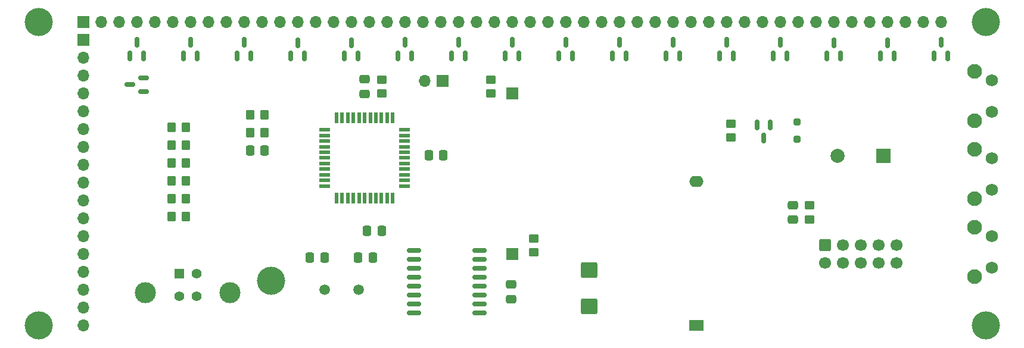
<source format=gbs>
%TF.GenerationSoftware,KiCad,Pcbnew,8.0.5*%
%TF.CreationDate,2024-11-22T23:14:38+03:00*%
%TF.ProjectId,SuperClockController,53757065-7243-46c6-9f63-6b436f6e7472,rev?*%
%TF.SameCoordinates,Original*%
%TF.FileFunction,Soldermask,Bot*%
%TF.FilePolarity,Negative*%
%FSLAX46Y46*%
G04 Gerber Fmt 4.6, Leading zero omitted, Abs format (unit mm)*
G04 Created by KiCad (PCBNEW 8.0.5) date 2024-11-22 23:14:38*
%MOMM*%
%LPD*%
G01*
G04 APERTURE LIST*
G04 Aperture macros list*
%AMRoundRect*
0 Rectangle with rounded corners*
0 $1 Rounding radius*
0 $2 $3 $4 $5 $6 $7 $8 $9 X,Y pos of 4 corners*
0 Add a 4 corners polygon primitive as box body*
4,1,4,$2,$3,$4,$5,$6,$7,$8,$9,$2,$3,0*
0 Add four circle primitives for the rounded corners*
1,1,$1+$1,$2,$3*
1,1,$1+$1,$4,$5*
1,1,$1+$1,$6,$7*
1,1,$1+$1,$8,$9*
0 Add four rect primitives between the rounded corners*
20,1,$1+$1,$2,$3,$4,$5,0*
20,1,$1+$1,$4,$5,$6,$7,0*
20,1,$1+$1,$6,$7,$8,$9,0*
20,1,$1+$1,$8,$9,$2,$3,0*%
G04 Aperture macros list end*
%ADD10R,1.700000X1.700000*%
%ADD11C,4.000000*%
%ADD12C,2.100000*%
%ADD13C,1.750000*%
%ADD14O,1.700000X1.700000*%
%ADD15RoundRect,0.250000X0.350000X0.450000X-0.350000X0.450000X-0.350000X-0.450000X0.350000X-0.450000X0*%
%ADD16RoundRect,0.150000X0.150000X-0.587500X0.150000X0.587500X-0.150000X0.587500X-0.150000X-0.587500X0*%
%ADD17RoundRect,0.250000X-0.925000X0.875000X-0.925000X-0.875000X0.925000X-0.875000X0.925000X0.875000X0*%
%ADD18RoundRect,0.250000X-0.337500X-0.475000X0.337500X-0.475000X0.337500X0.475000X-0.337500X0.475000X0*%
%ADD19RoundRect,0.250000X-0.350000X-0.450000X0.350000X-0.450000X0.350000X0.450000X-0.350000X0.450000X0*%
%ADD20RoundRect,0.150000X0.875000X0.150000X-0.875000X0.150000X-0.875000X-0.150000X0.875000X-0.150000X0*%
%ADD21RoundRect,0.250000X-0.475000X0.337500X-0.475000X-0.337500X0.475000X-0.337500X0.475000X0.337500X0*%
%ADD22R,2.000000X1.600000*%
%ADD23O,2.000000X1.600000*%
%ADD24RoundRect,0.250000X0.337500X0.475000X-0.337500X0.475000X-0.337500X-0.475000X0.337500X-0.475000X0*%
%ADD25RoundRect,0.150000X-0.150000X0.587500X-0.150000X-0.587500X0.150000X-0.587500X0.150000X0.587500X0*%
%ADD26RoundRect,0.250000X0.450000X-0.350000X0.450000X0.350000X-0.450000X0.350000X-0.450000X-0.350000X0*%
%ADD27RoundRect,0.250000X-0.450000X0.350000X-0.450000X-0.350000X0.450000X-0.350000X0.450000X0.350000X0*%
%ADD28C,1.500000*%
%ADD29RoundRect,0.250000X0.475000X-0.337500X0.475000X0.337500X-0.475000X0.337500X-0.475000X-0.337500X0*%
%ADD30R,1.400000X1.400000*%
%ADD31C,1.400000*%
%ADD32C,3.000000*%
%ADD33RoundRect,0.150000X0.587500X0.150000X-0.587500X0.150000X-0.587500X-0.150000X0.587500X-0.150000X0*%
%ADD34RoundRect,0.250000X-0.600000X0.600000X-0.600000X-0.600000X0.600000X-0.600000X0.600000X0.600000X0*%
%ADD35C,1.700000*%
%ADD36R,0.550000X1.500000*%
%ADD37R,1.500000X0.550000*%
%ADD38RoundRect,0.250000X-0.250000X0.250000X-0.250000X-0.250000X0.250000X-0.250000X0.250000X0.250000X0*%
%ADD39R,2.000000X2.000000*%
%ADD40C,2.000000*%
G04 APERTURE END LIST*
D10*
%TO.C,J6*%
X151130000Y-85090000D03*
%TD*%
D11*
%TO.C,H3*%
X218440000Y-95250000D03*
%TD*%
D12*
%TO.C,SW2*%
X216872500Y-70135000D03*
X216872500Y-77145000D03*
D13*
X219362500Y-71385000D03*
X219362500Y-75885000D03*
%TD*%
D12*
%TO.C,SW3*%
X216872500Y-81245000D03*
X216872500Y-88255000D03*
D13*
X219362500Y-82495000D03*
X219362500Y-86995000D03*
%TD*%
D11*
%TO.C,H4*%
X218440000Y-52070000D03*
%TD*%
%TO.C,H1*%
X83820000Y-52070000D03*
%TD*%
D10*
%TO.C,J3*%
X90170000Y-52070000D03*
D14*
X92710000Y-52070000D03*
X95250000Y-52070000D03*
X97790000Y-52070000D03*
X100330000Y-52070000D03*
X102870000Y-52070000D03*
X105410000Y-52070000D03*
X107950000Y-52070000D03*
X110490000Y-52070000D03*
X113030000Y-52070000D03*
X115570000Y-52070000D03*
X118110000Y-52070000D03*
X120650000Y-52070000D03*
X123190000Y-52070000D03*
X125730000Y-52070000D03*
X128270000Y-52070000D03*
X130810000Y-52070000D03*
X133350000Y-52070000D03*
X135890000Y-52070000D03*
X138430000Y-52070000D03*
X140970000Y-52070000D03*
X143510000Y-52070000D03*
X146050000Y-52070000D03*
X148590000Y-52070000D03*
X151130000Y-52070000D03*
X153670000Y-52070000D03*
X156210000Y-52070000D03*
X158750000Y-52070000D03*
X161290000Y-52070000D03*
X163830000Y-52070000D03*
X166370000Y-52070000D03*
X168910000Y-52070000D03*
X171450000Y-52070000D03*
X173990000Y-52070000D03*
X176530000Y-52070000D03*
X179070000Y-52070000D03*
X181610000Y-52070000D03*
X184150000Y-52070000D03*
X186690000Y-52070000D03*
X189230000Y-52070000D03*
X191770000Y-52070000D03*
X194310000Y-52070000D03*
X196850000Y-52070000D03*
X199390000Y-52070000D03*
X201930000Y-52070000D03*
X204470000Y-52070000D03*
X207010000Y-52070000D03*
X209550000Y-52070000D03*
X212090000Y-52070000D03*
%TD*%
D12*
%TO.C,SW1*%
X216872500Y-59075000D03*
X216872500Y-66085000D03*
D13*
X219362500Y-60325000D03*
X219362500Y-64825000D03*
%TD*%
D11*
%TO.C,H2*%
X83820000Y-95250000D03*
%TD*%
D10*
%TO.C,J5*%
X151130000Y-62230000D03*
%TD*%
%TO.C,J4*%
X90170000Y-54610000D03*
D14*
X90170000Y-57150000D03*
X90170000Y-59690000D03*
X90170000Y-62230000D03*
X90170000Y-64770000D03*
X90170000Y-67310000D03*
X90170000Y-69850000D03*
X90170000Y-72390000D03*
X90170000Y-74930000D03*
X90170000Y-77470000D03*
X90170000Y-80010000D03*
X90170000Y-82550000D03*
X90170000Y-85090000D03*
X90170000Y-87630000D03*
X90170000Y-90170000D03*
X90170000Y-92710000D03*
X90170000Y-95250000D03*
%TD*%
D11*
%TO.C,H5*%
X116840000Y-88900000D03*
%TD*%
D15*
%TO.C,R10*%
X104775000Y-69596000D03*
X102775000Y-69596000D03*
%TD*%
D16*
%TO.C,Q15*%
X190180000Y-56817500D03*
X188280000Y-56817500D03*
X189230000Y-54942500D03*
%TD*%
D17*
%TO.C,C4*%
X162052000Y-87366000D03*
X162052000Y-92466000D03*
%TD*%
D18*
%TO.C,C2*%
X129264500Y-85598000D03*
X131339500Y-85598000D03*
%TD*%
%TO.C,C6*%
X139297500Y-70993000D03*
X141372500Y-70993000D03*
%TD*%
D19*
%TO.C,R3*%
X113935000Y-65278000D03*
X115935000Y-65278000D03*
%TD*%
D20*
%TO.C,U2*%
X146509000Y-84582000D03*
X146509000Y-85852000D03*
X146509000Y-87122000D03*
X146509000Y-88392000D03*
X146509000Y-89662000D03*
X146509000Y-90932000D03*
X146509000Y-92202000D03*
X146509000Y-93472000D03*
X137209000Y-93472000D03*
X137209000Y-92202000D03*
X137209000Y-90932000D03*
X137209000Y-89662000D03*
X137209000Y-88392000D03*
X137209000Y-87122000D03*
X137209000Y-85852000D03*
X137209000Y-84582000D03*
%TD*%
D21*
%TO.C,C7*%
X151003000Y-89386500D03*
X151003000Y-91461500D03*
%TD*%
D16*
%TO.C,Q13*%
X174940000Y-56817500D03*
X173040000Y-56817500D03*
X173990000Y-54942500D03*
%TD*%
%TO.C,Q3*%
X98740000Y-56817500D03*
X96840000Y-56817500D03*
X97790000Y-54942500D03*
%TD*%
D15*
%TO.C,R9*%
X104775000Y-67056000D03*
X102775000Y-67056000D03*
%TD*%
D22*
%TO.C,BT1*%
X177292000Y-95250000D03*
D23*
X177292000Y-74750000D03*
%TD*%
D16*
%TO.C,Q4*%
X106360000Y-56817500D03*
X104460000Y-56817500D03*
X105410000Y-54942500D03*
%TD*%
D24*
%TO.C,C5*%
X115972500Y-70358000D03*
X113897500Y-70358000D03*
%TD*%
D16*
%TO.C,Q11*%
X159700000Y-56817500D03*
X157800000Y-56817500D03*
X158750000Y-54942500D03*
%TD*%
%TO.C,Q9*%
X144460000Y-56817500D03*
X142560000Y-56817500D03*
X143510000Y-54942500D03*
%TD*%
D25*
%TO.C,Q1*%
X185950000Y-66662500D03*
X187850000Y-66662500D03*
X186900000Y-68537500D03*
%TD*%
D16*
%TO.C,Q17*%
X205420000Y-56847500D03*
X203520000Y-56847500D03*
X204470000Y-54972500D03*
%TD*%
D19*
%TO.C,R4*%
X113935000Y-67818000D03*
X115935000Y-67818000D03*
%TD*%
D26*
%TO.C,R2*%
X193421000Y-80121000D03*
X193421000Y-78121000D03*
%TD*%
D15*
%TO.C,R12*%
X104775000Y-74676000D03*
X102775000Y-74676000D03*
%TD*%
D27*
%TO.C,R8*%
X154178000Y-82820000D03*
X154178000Y-84820000D03*
%TD*%
D15*
%TO.C,R13*%
X104775000Y-77216000D03*
X102775000Y-77216000D03*
%TD*%
D16*
%TO.C,Q12*%
X167320000Y-56817500D03*
X165420000Y-56817500D03*
X166370000Y-54942500D03*
%TD*%
%TO.C,Q8*%
X136840000Y-56817500D03*
X134940000Y-56817500D03*
X135890000Y-54942500D03*
%TD*%
D28*
%TO.C,Y1*%
X124460000Y-90170000D03*
X129340000Y-90170000D03*
%TD*%
D10*
%TO.C,R5*%
X141224000Y-60452000D03*
D14*
X138684000Y-60452000D03*
%TD*%
D16*
%TO.C,Q14*%
X182560000Y-56817500D03*
X180660000Y-56817500D03*
X181610000Y-54942500D03*
%TD*%
D29*
%TO.C,C3*%
X130175000Y-62251500D03*
X130175000Y-60176500D03*
%TD*%
D26*
%TO.C,R6*%
X132588000Y-62214000D03*
X132588000Y-60214000D03*
%TD*%
D24*
%TO.C,C9*%
X132609500Y-81788000D03*
X130534500Y-81788000D03*
%TD*%
D30*
%TO.C,J1*%
X103799000Y-87859000D03*
D31*
X106299000Y-87859000D03*
X106299000Y-91059000D03*
X103799000Y-91059000D03*
D32*
X111069000Y-90569000D03*
X99029000Y-90569000D03*
%TD*%
D33*
%TO.C,Q2*%
X98727500Y-60010000D03*
X98727500Y-61910000D03*
X96852500Y-60960000D03*
%TD*%
D34*
%TO.C,J2*%
X195580000Y-83820000D03*
D35*
X195580000Y-86360000D03*
X198120000Y-83820000D03*
X198120000Y-86360000D03*
X200660000Y-83820000D03*
X200660000Y-86360000D03*
X203200000Y-83820000D03*
X203200000Y-86360000D03*
X205740000Y-83820000D03*
X205740000Y-86360000D03*
%TD*%
D16*
%TO.C,Q10*%
X152080000Y-56817500D03*
X150180000Y-56817500D03*
X151130000Y-54942500D03*
%TD*%
D24*
%TO.C,C1*%
X124481500Y-85598000D03*
X122406500Y-85598000D03*
%TD*%
D36*
%TO.C,U1*%
X134175000Y-77074000D03*
X133375000Y-77074000D03*
X132575000Y-77074000D03*
X131775000Y-77074000D03*
X130975000Y-77074000D03*
X130175000Y-77074000D03*
X129375000Y-77074000D03*
X128575000Y-77074000D03*
X127775000Y-77074000D03*
X126975000Y-77074000D03*
X126175000Y-77074000D03*
D37*
X124475000Y-75374000D03*
X124475000Y-74574000D03*
X124475000Y-73774000D03*
X124475000Y-72974000D03*
X124475000Y-72174000D03*
X124475000Y-71374000D03*
X124475000Y-70574000D03*
X124475000Y-69774000D03*
X124475000Y-68974000D03*
X124475000Y-68174000D03*
X124475000Y-67374000D03*
D36*
X126175000Y-65674000D03*
X126975000Y-65674000D03*
X127775000Y-65674000D03*
X128575000Y-65674000D03*
X129375000Y-65674000D03*
X130175000Y-65674000D03*
X130975000Y-65674000D03*
X131775000Y-65674000D03*
X132575000Y-65674000D03*
X133375000Y-65674000D03*
X134175000Y-65674000D03*
D37*
X135875000Y-67374000D03*
X135875000Y-68174000D03*
X135875000Y-68974000D03*
X135875000Y-69774000D03*
X135875000Y-70574000D03*
X135875000Y-71374000D03*
X135875000Y-72174000D03*
X135875000Y-72974000D03*
X135875000Y-73774000D03*
X135875000Y-74574000D03*
X135875000Y-75374000D03*
%TD*%
D15*
%TO.C,R11*%
X104775000Y-72136000D03*
X102775000Y-72136000D03*
%TD*%
D16*
%TO.C,Q5*%
X113980000Y-56817500D03*
X112080000Y-56817500D03*
X113030000Y-54942500D03*
%TD*%
D27*
%TO.C,R1*%
X182200000Y-66500000D03*
X182200000Y-68500000D03*
%TD*%
D38*
%TO.C,D1*%
X191600000Y-66250000D03*
X191600000Y-68750000D03*
%TD*%
D15*
%TO.C,R14*%
X104775000Y-79756000D03*
X102775000Y-79756000D03*
%TD*%
D27*
%TO.C,R7*%
X148082000Y-60214000D03*
X148082000Y-62214000D03*
%TD*%
D16*
%TO.C,Q18*%
X213040000Y-56817500D03*
X211140000Y-56817500D03*
X212090000Y-54942500D03*
%TD*%
D21*
%TO.C,C8*%
X191008000Y-78083500D03*
X191008000Y-80158500D03*
%TD*%
D16*
%TO.C,Q7*%
X129220000Y-56847500D03*
X127320000Y-56847500D03*
X128270000Y-54972500D03*
%TD*%
%TO.C,Q16*%
X197800000Y-56847500D03*
X195900000Y-56847500D03*
X196850000Y-54972500D03*
%TD*%
%TO.C,Q6*%
X121600000Y-56847500D03*
X119700000Y-56847500D03*
X120650000Y-54972500D03*
%TD*%
D39*
%TO.C,BZ1*%
X203910000Y-71120000D03*
D40*
X197410000Y-71120000D03*
%TD*%
M02*

</source>
